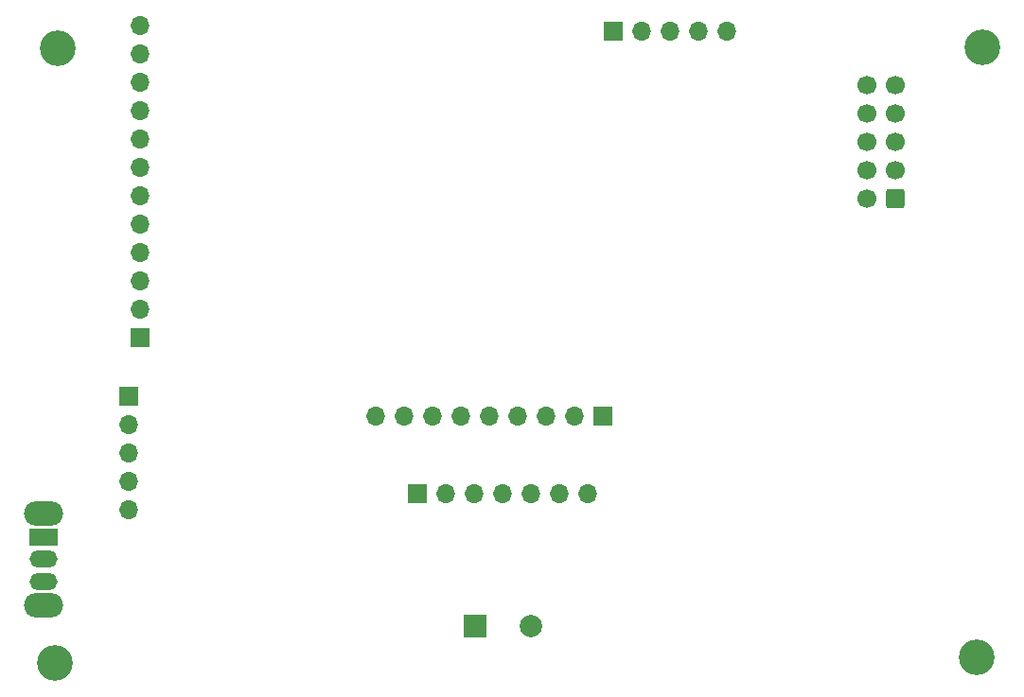
<source format=gbr>
%TF.GenerationSoftware,KiCad,Pcbnew,8.0.6*%
%TF.CreationDate,2024-11-05T17:21:10-06:00*%
%TF.ProjectId,werable_unit (1),77657261-626c-4655-9f75-6e6974202831,rev?*%
%TF.SameCoordinates,Original*%
%TF.FileFunction,Soldermask,Bot*%
%TF.FilePolarity,Negative*%
%FSLAX46Y46*%
G04 Gerber Fmt 4.6, Leading zero omitted, Abs format (unit mm)*
G04 Created by KiCad (PCBNEW 8.0.6) date 2024-11-05 17:21:10*
%MOMM*%
%LPD*%
G01*
G04 APERTURE LIST*
G04 Aperture macros list*
%AMRoundRect*
0 Rectangle with rounded corners*
0 $1 Rounding radius*
0 $2 $3 $4 $5 $6 $7 $8 $9 X,Y pos of 4 corners*
0 Add a 4 corners polygon primitive as box body*
4,1,4,$2,$3,$4,$5,$6,$7,$8,$9,$2,$3,0*
0 Add four circle primitives for the rounded corners*
1,1,$1+$1,$2,$3*
1,1,$1+$1,$4,$5*
1,1,$1+$1,$6,$7*
1,1,$1+$1,$8,$9*
0 Add four rect primitives between the rounded corners*
20,1,$1+$1,$2,$3,$4,$5,0*
20,1,$1+$1,$4,$5,$6,$7,0*
20,1,$1+$1,$6,$7,$8,$9,0*
20,1,$1+$1,$8,$9,$2,$3,0*%
G04 Aperture macros list end*
%ADD10R,2.000000X2.000000*%
%ADD11C,2.000000*%
%ADD12O,3.500000X2.200000*%
%ADD13R,2.500000X1.500000*%
%ADD14O,2.500000X1.500000*%
%ADD15RoundRect,0.250000X0.600000X0.600000X-0.600000X0.600000X-0.600000X-0.600000X0.600000X-0.600000X0*%
%ADD16C,1.700000*%
%ADD17R,1.700000X1.700000*%
%ADD18O,1.700000X1.700000*%
%ADD19C,3.200000*%
G04 APERTURE END LIST*
D10*
%TO.C,U4*%
X126699000Y-93091000D03*
D11*
X131699000Y-93091000D03*
%TD*%
D12*
%TO.C,U7*%
X88138000Y-83058000D03*
X88138000Y-91258000D03*
D13*
X88138000Y-85158000D03*
D14*
X88138000Y-87158000D03*
X88138000Y-89158000D03*
%TD*%
D15*
%TO.C,J12*%
X164338000Y-54864000D03*
D16*
X161798000Y-54864000D03*
X164338000Y-52324000D03*
X161798000Y-52324000D03*
X164338000Y-49784000D03*
X161798000Y-49784000D03*
X164338000Y-47244000D03*
X161798000Y-47244000D03*
X164338000Y-44704000D03*
X161798000Y-44704000D03*
%TD*%
D17*
%TO.C,J13*%
X138176000Y-74295000D03*
D18*
X135636000Y-74295000D03*
X133096000Y-74295000D03*
X130556000Y-74295000D03*
X128016000Y-74295000D03*
X125476000Y-74295000D03*
X122936000Y-74295000D03*
X120396000Y-74295000D03*
X117856000Y-74295000D03*
%TD*%
D19*
%TO.C,H2*%
X172085000Y-41275000D03*
%TD*%
D17*
%TO.C,J1*%
X96774000Y-67310000D03*
D18*
X96774000Y-64770000D03*
X96774000Y-62230000D03*
X96774000Y-59690000D03*
X96774000Y-57150000D03*
X96774000Y-54610000D03*
X96774000Y-52070000D03*
X96774000Y-49530000D03*
X96774000Y-46990000D03*
X96774000Y-44450000D03*
X96774000Y-41910000D03*
X96774000Y-39370000D03*
%TD*%
D17*
%TO.C,J8*%
X139065000Y-39878000D03*
D18*
X141605000Y-39878000D03*
X144145000Y-39878000D03*
X146685000Y-39878000D03*
X149225000Y-39878000D03*
%TD*%
D19*
%TO.C,H4*%
X171577000Y-95885000D03*
%TD*%
%TO.C,H3*%
X89154000Y-96393000D03*
%TD*%
%TO.C,H1*%
X89408000Y-41402000D03*
%TD*%
D17*
%TO.C,J2*%
X121539000Y-81280000D03*
D18*
X124079000Y-81280000D03*
X126619000Y-81280000D03*
X129159000Y-81280000D03*
X131699000Y-81280000D03*
X134239000Y-81280000D03*
X136779000Y-81280000D03*
%TD*%
D17*
%TO.C,J11*%
X95758000Y-72517000D03*
D18*
X95758000Y-75057000D03*
X95758000Y-77597000D03*
X95758000Y-80137000D03*
X95758000Y-82677000D03*
%TD*%
M02*

</source>
